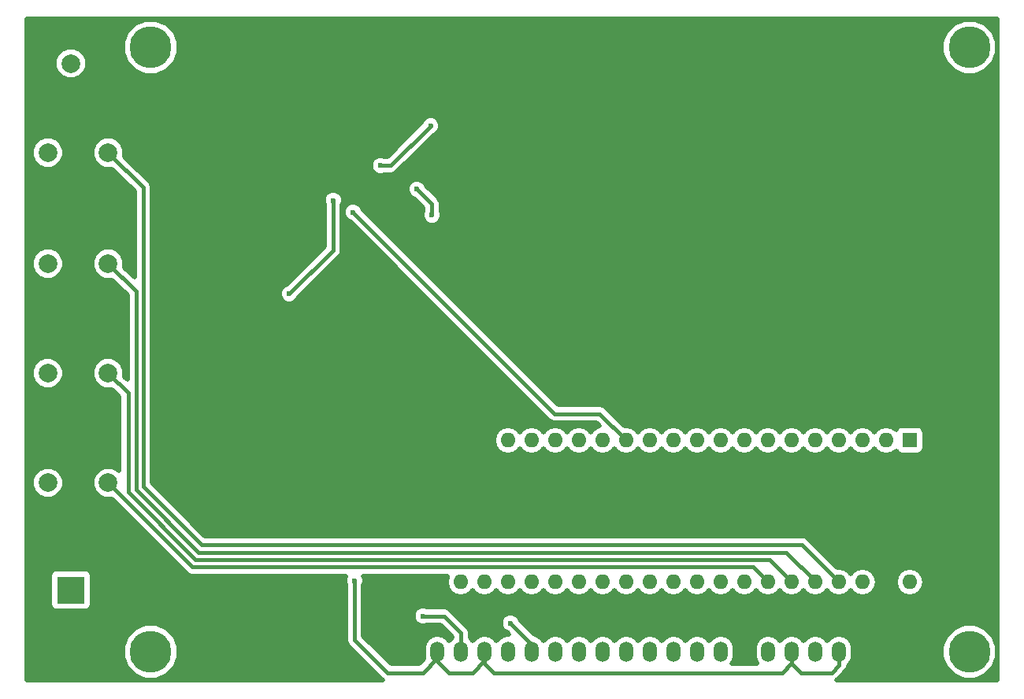
<source format=gbr>
G04 #@! TF.FileFunction,Copper,L2,Bot,Signal*
%FSLAX46Y46*%
G04 Gerber Fmt 4.6, Leading zero omitted, Abs format (unit mm)*
G04 Created by KiCad (PCBNEW 4.0.7) date 09/10/18 20:42:41*
%MOMM*%
%LPD*%
G01*
G04 APERTURE LIST*
%ADD10C,0.100000*%
%ADD11O,1.500000X2.200000*%
%ADD12C,4.500000*%
%ADD13C,0.600000*%
%ADD14C,2.200000*%
%ADD15C,2.000000*%
%ADD16R,1.600000X1.600000*%
%ADD17O,1.600000X1.600000*%
%ADD18C,3.000000*%
%ADD19R,3.000000X3.000000*%
%ADD20C,4.000000*%
%ADD21C,0.400000*%
%ADD22C,0.508000*%
G04 APERTURE END LIST*
D10*
D11*
X180367940Y-131864100D03*
X177827940Y-131864100D03*
X175287940Y-131864100D03*
X172747940Y-131864100D03*
X170207940Y-131864100D03*
X167667940Y-131864100D03*
X165127940Y-131864100D03*
X162587940Y-131864100D03*
X160047940Y-131864100D03*
X157507940Y-131864100D03*
X154967940Y-131864100D03*
X152427940Y-131864100D03*
X149887940Y-131864100D03*
X147347940Y-131864100D03*
X144807940Y-131864100D03*
X142267940Y-131864100D03*
X139727940Y-131864100D03*
X137187940Y-131864100D03*
X134647940Y-131864100D03*
X132107940Y-131864100D03*
D12*
X191828420Y-66865500D03*
X103827580Y-66865500D03*
X103827580Y-131864100D03*
X191828420Y-131864100D03*
D11*
X132107940Y-131864100D03*
X134647940Y-131864100D03*
X137187940Y-131864100D03*
X139727940Y-131864100D03*
X142267940Y-131864100D03*
X144807940Y-131864100D03*
X147347940Y-131864100D03*
X149887940Y-131864100D03*
X152427940Y-131864100D03*
X154967940Y-131864100D03*
X157507940Y-131864100D03*
X160047940Y-131864100D03*
X162587940Y-131864100D03*
X165127940Y-131864100D03*
X167667940Y-131864100D03*
X170207940Y-131864100D03*
X172747940Y-131864100D03*
X175287940Y-131864100D03*
X177827940Y-131864100D03*
X180367940Y-131864100D03*
D13*
X178358800Y-114655600D03*
X124815600Y-117906800D03*
X127965200Y-124358400D03*
X138836400Y-115011200D03*
X114554000Y-133146800D03*
X177342800Y-98501200D03*
X192328800Y-107594400D03*
X192328800Y-87731600D03*
X164896800Y-68529200D03*
X165100000Y-88036400D03*
X118008400Y-101955600D03*
X142748000Y-96367600D03*
X142036800Y-68630800D03*
X125831600Y-71374000D03*
X113741200Y-67411600D03*
X140970000Y-84023200D03*
X140868400Y-76758800D03*
X125577600Y-80975200D03*
X112166400Y-75996800D03*
X113842800Y-92811600D03*
X131165600Y-95504000D03*
X161036000Y-114808000D03*
X159105600Y-127406400D03*
X109220000Y-102971600D03*
X124510800Y-107035600D03*
X109169200Y-113690400D03*
X114300000Y-124155200D03*
X120192800Y-124206000D03*
X151993600Y-127965200D03*
D14*
X92710000Y-66040000D03*
X92710000Y-71120000D03*
X97790000Y-71120000D03*
X97790000Y-66040000D03*
D15*
X95250000Y-68580000D03*
X99263200Y-82681200D03*
X99263200Y-78181200D03*
X92763200Y-82681200D03*
X92763200Y-78181200D03*
X99263200Y-94619200D03*
X99263200Y-90119200D03*
X92763200Y-94619200D03*
X92763200Y-90119200D03*
X99263200Y-106404800D03*
X99263200Y-101904800D03*
X92763200Y-106404800D03*
X92763200Y-101904800D03*
X99263200Y-118190400D03*
X99263200Y-113690400D03*
X92763200Y-118190400D03*
X92763200Y-113690400D03*
D16*
X185420000Y-109118400D03*
D17*
X137160000Y-124358400D03*
X182880000Y-109118400D03*
X139700000Y-124358400D03*
X180340000Y-109118400D03*
X142240000Y-124358400D03*
X177800000Y-109118400D03*
X144780000Y-124358400D03*
X175260000Y-109118400D03*
X147320000Y-124358400D03*
X172720000Y-109118400D03*
X149860000Y-124358400D03*
X170180000Y-109118400D03*
X152400000Y-124358400D03*
X167640000Y-109118400D03*
X154940000Y-124358400D03*
X165100000Y-109118400D03*
X157480000Y-124358400D03*
X162560000Y-109118400D03*
X160020000Y-124358400D03*
X160020000Y-109118400D03*
X162560000Y-124358400D03*
X157480000Y-109118400D03*
X165100000Y-124358400D03*
X154940000Y-109118400D03*
X167640000Y-124358400D03*
X152400000Y-109118400D03*
X170180000Y-124358400D03*
X149860000Y-109118400D03*
X172720000Y-124358400D03*
X147320000Y-109118400D03*
X175260000Y-124358400D03*
X144780000Y-109118400D03*
X177800000Y-124358400D03*
X142240000Y-109118400D03*
X180340000Y-124358400D03*
X139700000Y-109118400D03*
X182880000Y-124358400D03*
X137160000Y-109118400D03*
X185420000Y-124358400D03*
D18*
X95250000Y-133429000D03*
D19*
X95250000Y-125222000D03*
D20*
X99314000Y-129032000D03*
D13*
X175869600Y-127711200D03*
X118719600Y-93370400D03*
X123444000Y-83312000D03*
X125577600Y-84582000D03*
X125730000Y-124206000D03*
X133096000Y-128016000D03*
X134061200Y-84886800D03*
X132435600Y-82092800D03*
X128524000Y-79552800D03*
X133908800Y-75285600D03*
X142494000Y-128778000D03*
D21*
X167667940Y-131864100D02*
X167667940Y-130528060D01*
X170484800Y-127711200D02*
X175869600Y-127711200D01*
X167667940Y-130528060D02*
X170484800Y-127711200D01*
X123444000Y-88442800D02*
X123444000Y-88646000D01*
X123444000Y-88646000D02*
X118719600Y-93370400D01*
X123444000Y-83312000D02*
X123444000Y-88442800D01*
X125577600Y-84582000D02*
X147269200Y-106273600D01*
X147269200Y-106273600D02*
X152095200Y-106273600D01*
X152095200Y-106273600D02*
X154940000Y-109118400D01*
X172747940Y-131864100D02*
X172747940Y-133123940D01*
X177827940Y-133322060D02*
X177827940Y-131864100D01*
X177038000Y-134112000D02*
X177827940Y-133322060D01*
X173736000Y-134112000D02*
X177038000Y-134112000D01*
X172747940Y-133123940D02*
X173736000Y-134112000D01*
X139727940Y-131864100D02*
X139727940Y-133123940D01*
X172747940Y-133068060D02*
X172747940Y-131864100D01*
X171704000Y-134112000D02*
X172747940Y-133068060D01*
X140716000Y-134112000D02*
X171704000Y-134112000D01*
X139727940Y-133123940D02*
X140716000Y-134112000D01*
X134647940Y-131864100D02*
X134647940Y-132869940D01*
X134647940Y-132869940D02*
X135890000Y-134112000D01*
X138430000Y-134112000D02*
X139727940Y-132814060D01*
X135890000Y-134112000D02*
X138430000Y-134112000D01*
X139727940Y-132814060D02*
X139727940Y-131864100D01*
X133096000Y-134112000D02*
X134647940Y-132560060D01*
X129286000Y-134112000D02*
X133096000Y-134112000D01*
X125730000Y-130556000D02*
X129286000Y-134112000D01*
X125730000Y-124206000D02*
X125730000Y-130556000D01*
X134647940Y-132560060D02*
X134647940Y-131864100D01*
X137187940Y-131864100D02*
X137187940Y-129821940D01*
X135382000Y-128016000D02*
X133096000Y-128016000D01*
X137187940Y-129821940D02*
X135382000Y-128016000D01*
X134061200Y-83718400D02*
X134061200Y-84886800D01*
X132435600Y-82092800D02*
X134061200Y-83718400D01*
X129641600Y-79552800D02*
X128524000Y-79552800D01*
X133908800Y-75285600D02*
X129641600Y-79552800D01*
X170207940Y-131864100D02*
X170207940Y-131188460D01*
X170207940Y-131142740D02*
X170207940Y-131864100D01*
X175287940Y-131193540D02*
X175287940Y-131864100D01*
X114401600Y-120345200D02*
X109270800Y-120345200D01*
X114401600Y-120345200D02*
X173786800Y-120345200D01*
X177800000Y-124358400D02*
X173786800Y-120345200D01*
X103022400Y-81940400D02*
X99263200Y-78181200D01*
X103022400Y-114096800D02*
X103022400Y-81940400D01*
X109270800Y-120345200D02*
X103022400Y-114096800D01*
X113284000Y-121158000D02*
X108966000Y-121158000D01*
X172161200Y-121158000D02*
X113284000Y-121158000D01*
X175260000Y-124256800D02*
X172161200Y-121158000D01*
X102260400Y-93116400D02*
X99263200Y-90119200D01*
X102260400Y-114452400D02*
X102260400Y-93116400D01*
X108966000Y-121158000D02*
X102260400Y-114452400D01*
X175260000Y-124358400D02*
X175260000Y-124256800D01*
X112471200Y-121970800D02*
X108661200Y-121970800D01*
X112471200Y-121970800D02*
X170332400Y-121970800D01*
X172720000Y-124358400D02*
X170332400Y-121970800D01*
X101396800Y-104038400D02*
X99263200Y-101904800D01*
X101396800Y-114706400D02*
X101396800Y-104038400D01*
X108661200Y-121970800D02*
X101396800Y-114706400D01*
X111455200Y-122732800D02*
X108305600Y-122732800D01*
X111455200Y-122732800D02*
X168554400Y-122732800D01*
X170180000Y-124358400D02*
X168554400Y-122732800D01*
X108305600Y-122732800D02*
X99263200Y-113690400D01*
X144807940Y-131864100D02*
X144807940Y-131091940D01*
X144807940Y-131091940D02*
X142494000Y-128778000D01*
D22*
G36*
X194844600Y-134900600D02*
X177556060Y-134900600D01*
X177718237Y-134792237D01*
X178508177Y-134002297D01*
X178716712Y-133690202D01*
X178774052Y-133401932D01*
X178897085Y-133319724D01*
X179224846Y-132829196D01*
X179298165Y-132460595D01*
X188815898Y-132460595D01*
X189273481Y-133568032D01*
X190120031Y-134416061D01*
X191226668Y-134875576D01*
X192424915Y-134876622D01*
X193532352Y-134419039D01*
X194380381Y-133572489D01*
X194839896Y-132465852D01*
X194840942Y-131267605D01*
X194383359Y-130160168D01*
X193536809Y-129312139D01*
X192430172Y-128852624D01*
X191231925Y-128851578D01*
X190124488Y-129309161D01*
X189276459Y-130155711D01*
X188816944Y-131262348D01*
X188815898Y-132460595D01*
X179298165Y-132460595D01*
X179339940Y-132250579D01*
X179339940Y-131477621D01*
X179224846Y-130899004D01*
X178897085Y-130408476D01*
X178406557Y-130080715D01*
X177827940Y-129965621D01*
X177249323Y-130080715D01*
X176758795Y-130408476D01*
X176557940Y-130709076D01*
X176357085Y-130408476D01*
X175866557Y-130080715D01*
X175287940Y-129965621D01*
X174709323Y-130080715D01*
X174218795Y-130408476D01*
X174017940Y-130709076D01*
X173817085Y-130408476D01*
X173326557Y-130080715D01*
X172747940Y-129965621D01*
X172169323Y-130080715D01*
X171678795Y-130408476D01*
X171477940Y-130709076D01*
X171277085Y-130408476D01*
X170786557Y-130080715D01*
X170207940Y-129965621D01*
X169629323Y-130080715D01*
X169138795Y-130408476D01*
X168811034Y-130899004D01*
X168695940Y-131477621D01*
X168695940Y-132250579D01*
X168811034Y-132829196D01*
X169025389Y-133150000D01*
X166310491Y-133150000D01*
X166524846Y-132829196D01*
X166639940Y-132250579D01*
X166639940Y-131477621D01*
X166524846Y-130899004D01*
X166197085Y-130408476D01*
X165706557Y-130080715D01*
X165127940Y-129965621D01*
X164549323Y-130080715D01*
X164058795Y-130408476D01*
X163857940Y-130709076D01*
X163657085Y-130408476D01*
X163166557Y-130080715D01*
X162587940Y-129965621D01*
X162009323Y-130080715D01*
X161518795Y-130408476D01*
X161317940Y-130709076D01*
X161117085Y-130408476D01*
X160626557Y-130080715D01*
X160047940Y-129965621D01*
X159469323Y-130080715D01*
X158978795Y-130408476D01*
X158777940Y-130709076D01*
X158577085Y-130408476D01*
X158086557Y-130080715D01*
X157507940Y-129965621D01*
X156929323Y-130080715D01*
X156438795Y-130408476D01*
X156237940Y-130709076D01*
X156037085Y-130408476D01*
X155546557Y-130080715D01*
X154967940Y-129965621D01*
X154389323Y-130080715D01*
X153898795Y-130408476D01*
X153697940Y-130709076D01*
X153497085Y-130408476D01*
X153006557Y-130080715D01*
X152427940Y-129965621D01*
X151849323Y-130080715D01*
X151358795Y-130408476D01*
X151157940Y-130709076D01*
X150957085Y-130408476D01*
X150466557Y-130080715D01*
X149887940Y-129965621D01*
X149309323Y-130080715D01*
X148818795Y-130408476D01*
X148617940Y-130709076D01*
X148417085Y-130408476D01*
X147926557Y-130080715D01*
X147347940Y-129965621D01*
X146769323Y-130080715D01*
X146278795Y-130408476D01*
X146077940Y-130709076D01*
X145877085Y-130408476D01*
X145386557Y-130080715D01*
X145100235Y-130023762D01*
X143494240Y-128417766D01*
X143394845Y-128177211D01*
X143096360Y-127878205D01*
X142706172Y-127716185D01*
X142283682Y-127715816D01*
X141893211Y-127877155D01*
X141594205Y-128175640D01*
X141432185Y-128565828D01*
X141431816Y-128988318D01*
X141593155Y-129378789D01*
X141891640Y-129677795D01*
X142133928Y-129778401D01*
X142334359Y-129978832D01*
X142267940Y-129965621D01*
X141689323Y-130080715D01*
X141198795Y-130408476D01*
X140997940Y-130709076D01*
X140797085Y-130408476D01*
X140306557Y-130080715D01*
X139727940Y-129965621D01*
X139149323Y-130080715D01*
X138658795Y-130408476D01*
X138457940Y-130709076D01*
X138257085Y-130408476D01*
X138149940Y-130336884D01*
X138149940Y-129821945D01*
X138149941Y-129821940D01*
X138076712Y-129453798D01*
X137868177Y-129141703D01*
X136062237Y-127335763D01*
X135750142Y-127127228D01*
X135382000Y-127054000D01*
X133548554Y-127054000D01*
X133308172Y-126954185D01*
X132885682Y-126953816D01*
X132495211Y-127115155D01*
X132196205Y-127413640D01*
X132034185Y-127803828D01*
X132033816Y-128226318D01*
X132195155Y-128616789D01*
X132493640Y-128915795D01*
X132883828Y-129077815D01*
X133306318Y-129078184D01*
X133548782Y-128978000D01*
X134983526Y-128978000D01*
X136225940Y-130220414D01*
X136225940Y-130336884D01*
X136118795Y-130408476D01*
X135917940Y-130709076D01*
X135717085Y-130408476D01*
X135226557Y-130080715D01*
X134647940Y-129965621D01*
X134069323Y-130080715D01*
X133578795Y-130408476D01*
X133251034Y-130899004D01*
X133135940Y-131477621D01*
X133135940Y-132250579D01*
X133212426Y-132635100D01*
X132697526Y-133150000D01*
X129684473Y-133150000D01*
X126692000Y-130157526D01*
X126692000Y-124658554D01*
X126791815Y-124418172D01*
X126792184Y-123995682D01*
X126667862Y-123694800D01*
X135740451Y-123694800D01*
X135716900Y-123730047D01*
X135598000Y-124327799D01*
X135598000Y-124389001D01*
X135716900Y-124986753D01*
X136055499Y-125493502D01*
X136562248Y-125832101D01*
X137160000Y-125951001D01*
X137757752Y-125832101D01*
X138264501Y-125493502D01*
X138430000Y-125245815D01*
X138595499Y-125493502D01*
X139102248Y-125832101D01*
X139700000Y-125951001D01*
X140297752Y-125832101D01*
X140804501Y-125493502D01*
X140970000Y-125245815D01*
X141135499Y-125493502D01*
X141642248Y-125832101D01*
X142240000Y-125951001D01*
X142837752Y-125832101D01*
X143344501Y-125493502D01*
X143510000Y-125245815D01*
X143675499Y-125493502D01*
X144182248Y-125832101D01*
X144780000Y-125951001D01*
X145377752Y-125832101D01*
X145884501Y-125493502D01*
X146050000Y-125245815D01*
X146215499Y-125493502D01*
X146722248Y-125832101D01*
X147320000Y-125951001D01*
X147917752Y-125832101D01*
X148424501Y-125493502D01*
X148590000Y-125245815D01*
X148755499Y-125493502D01*
X149262248Y-125832101D01*
X149860000Y-125951001D01*
X150457752Y-125832101D01*
X150964501Y-125493502D01*
X151130000Y-125245815D01*
X151295499Y-125493502D01*
X151802248Y-125832101D01*
X152400000Y-125951001D01*
X152997752Y-125832101D01*
X153504501Y-125493502D01*
X153670000Y-125245815D01*
X153835499Y-125493502D01*
X154342248Y-125832101D01*
X154940000Y-125951001D01*
X155537752Y-125832101D01*
X156044501Y-125493502D01*
X156210000Y-125245815D01*
X156375499Y-125493502D01*
X156882248Y-125832101D01*
X157480000Y-125951001D01*
X158077752Y-125832101D01*
X158584501Y-125493502D01*
X158750000Y-125245815D01*
X158915499Y-125493502D01*
X159422248Y-125832101D01*
X160020000Y-125951001D01*
X160617752Y-125832101D01*
X161124501Y-125493502D01*
X161290000Y-125245815D01*
X161455499Y-125493502D01*
X161962248Y-125832101D01*
X162560000Y-125951001D01*
X163157752Y-125832101D01*
X163664501Y-125493502D01*
X163830000Y-125245815D01*
X163995499Y-125493502D01*
X164502248Y-125832101D01*
X165100000Y-125951001D01*
X165697752Y-125832101D01*
X166204501Y-125493502D01*
X166370000Y-125245815D01*
X166535499Y-125493502D01*
X167042248Y-125832101D01*
X167640000Y-125951001D01*
X168237752Y-125832101D01*
X168744501Y-125493502D01*
X168910000Y-125245815D01*
X169075499Y-125493502D01*
X169582248Y-125832101D01*
X170180000Y-125951001D01*
X170777752Y-125832101D01*
X171284501Y-125493502D01*
X171450000Y-125245815D01*
X171615499Y-125493502D01*
X172122248Y-125832101D01*
X172720000Y-125951001D01*
X173317752Y-125832101D01*
X173824501Y-125493502D01*
X173990000Y-125245815D01*
X174155499Y-125493502D01*
X174662248Y-125832101D01*
X175260000Y-125951001D01*
X175857752Y-125832101D01*
X176364501Y-125493502D01*
X176530000Y-125245815D01*
X176695499Y-125493502D01*
X177202248Y-125832101D01*
X177800000Y-125951001D01*
X178397752Y-125832101D01*
X178904501Y-125493502D01*
X179070000Y-125245815D01*
X179235499Y-125493502D01*
X179742248Y-125832101D01*
X180340000Y-125951001D01*
X180937752Y-125832101D01*
X181444501Y-125493502D01*
X181783100Y-124986753D01*
X181902000Y-124389001D01*
X181902000Y-124327799D01*
X183858000Y-124327799D01*
X183858000Y-124389001D01*
X183976900Y-124986753D01*
X184315499Y-125493502D01*
X184822248Y-125832101D01*
X185420000Y-125951001D01*
X186017752Y-125832101D01*
X186524501Y-125493502D01*
X186863100Y-124986753D01*
X186982000Y-124389001D01*
X186982000Y-124327799D01*
X186863100Y-123730047D01*
X186524501Y-123223298D01*
X186017752Y-122884699D01*
X185420000Y-122765799D01*
X184822248Y-122884699D01*
X184315499Y-123223298D01*
X183976900Y-123730047D01*
X183858000Y-124327799D01*
X181902000Y-124327799D01*
X181783100Y-123730047D01*
X181444501Y-123223298D01*
X180937752Y-122884699D01*
X180340000Y-122765799D01*
X179742248Y-122884699D01*
X179235499Y-123223298D01*
X179070000Y-123470985D01*
X178904501Y-123223298D01*
X178397752Y-122884699D01*
X177800000Y-122765799D01*
X177606385Y-122804311D01*
X174467037Y-119664963D01*
X174154942Y-119456428D01*
X173786800Y-119383200D01*
X109669274Y-119383200D01*
X103984400Y-113698326D01*
X103984400Y-93580718D01*
X117657416Y-93580718D01*
X117818755Y-93971189D01*
X118117240Y-94270195D01*
X118507428Y-94432215D01*
X118929918Y-94432584D01*
X119320389Y-94271245D01*
X119619395Y-93972760D01*
X119720001Y-93730473D01*
X124124234Y-89326239D01*
X124124237Y-89326237D01*
X124332772Y-89014141D01*
X124406001Y-88646000D01*
X124406000Y-88645995D01*
X124406000Y-84792318D01*
X124515416Y-84792318D01*
X124676755Y-85182789D01*
X124975240Y-85481795D01*
X125217527Y-85582401D01*
X146588963Y-106953837D01*
X146901058Y-107162372D01*
X147269200Y-107235600D01*
X151696726Y-107235600D01*
X152055458Y-107594332D01*
X151802248Y-107644699D01*
X151295499Y-107983298D01*
X151130000Y-108230985D01*
X150964501Y-107983298D01*
X150457752Y-107644699D01*
X149860000Y-107525799D01*
X149262248Y-107644699D01*
X148755499Y-107983298D01*
X148590000Y-108230985D01*
X148424501Y-107983298D01*
X147917752Y-107644699D01*
X147320000Y-107525799D01*
X146722248Y-107644699D01*
X146215499Y-107983298D01*
X146050000Y-108230985D01*
X145884501Y-107983298D01*
X145377752Y-107644699D01*
X144780000Y-107525799D01*
X144182248Y-107644699D01*
X143675499Y-107983298D01*
X143510000Y-108230985D01*
X143344501Y-107983298D01*
X142837752Y-107644699D01*
X142240000Y-107525799D01*
X141642248Y-107644699D01*
X141135499Y-107983298D01*
X140796900Y-108490047D01*
X140678000Y-109087799D01*
X140678000Y-109149001D01*
X140796900Y-109746753D01*
X141135499Y-110253502D01*
X141642248Y-110592101D01*
X142240000Y-110711001D01*
X142837752Y-110592101D01*
X143344501Y-110253502D01*
X143510000Y-110005815D01*
X143675499Y-110253502D01*
X144182248Y-110592101D01*
X144780000Y-110711001D01*
X145377752Y-110592101D01*
X145884501Y-110253502D01*
X146050000Y-110005815D01*
X146215499Y-110253502D01*
X146722248Y-110592101D01*
X147320000Y-110711001D01*
X147917752Y-110592101D01*
X148424501Y-110253502D01*
X148590000Y-110005815D01*
X148755499Y-110253502D01*
X149262248Y-110592101D01*
X149860000Y-110711001D01*
X150457752Y-110592101D01*
X150964501Y-110253502D01*
X151130000Y-110005815D01*
X151295499Y-110253502D01*
X151802248Y-110592101D01*
X152400000Y-110711001D01*
X152997752Y-110592101D01*
X153504501Y-110253502D01*
X153670000Y-110005815D01*
X153835499Y-110253502D01*
X154342248Y-110592101D01*
X154940000Y-110711001D01*
X155537752Y-110592101D01*
X156044501Y-110253502D01*
X156210000Y-110005815D01*
X156375499Y-110253502D01*
X156882248Y-110592101D01*
X157480000Y-110711001D01*
X158077752Y-110592101D01*
X158584501Y-110253502D01*
X158750000Y-110005815D01*
X158915499Y-110253502D01*
X159422248Y-110592101D01*
X160020000Y-110711001D01*
X160617752Y-110592101D01*
X161124501Y-110253502D01*
X161290000Y-110005815D01*
X161455499Y-110253502D01*
X161962248Y-110592101D01*
X162560000Y-110711001D01*
X163157752Y-110592101D01*
X163664501Y-110253502D01*
X163830000Y-110005815D01*
X163995499Y-110253502D01*
X164502248Y-110592101D01*
X165100000Y-110711001D01*
X165697752Y-110592101D01*
X166204501Y-110253502D01*
X166370000Y-110005815D01*
X166535499Y-110253502D01*
X167042248Y-110592101D01*
X167640000Y-110711001D01*
X168237752Y-110592101D01*
X168744501Y-110253502D01*
X168910000Y-110005815D01*
X169075499Y-110253502D01*
X169582248Y-110592101D01*
X170180000Y-110711001D01*
X170777752Y-110592101D01*
X171284501Y-110253502D01*
X171450000Y-110005815D01*
X171615499Y-110253502D01*
X172122248Y-110592101D01*
X172720000Y-110711001D01*
X173317752Y-110592101D01*
X173824501Y-110253502D01*
X173990000Y-110005815D01*
X174155499Y-110253502D01*
X174662248Y-110592101D01*
X175260000Y-110711001D01*
X175857752Y-110592101D01*
X176364501Y-110253502D01*
X176530000Y-110005815D01*
X176695499Y-110253502D01*
X177202248Y-110592101D01*
X177800000Y-110711001D01*
X178397752Y-110592101D01*
X178904501Y-110253502D01*
X179070000Y-110005815D01*
X179235499Y-110253502D01*
X179742248Y-110592101D01*
X180340000Y-110711001D01*
X180937752Y-110592101D01*
X181444501Y-110253502D01*
X181610000Y-110005815D01*
X181775499Y-110253502D01*
X182282248Y-110592101D01*
X182880000Y-110711001D01*
X183477752Y-110592101D01*
X183946479Y-110278908D01*
X184063092Y-110460129D01*
X184317731Y-110634117D01*
X184620000Y-110695328D01*
X186220000Y-110695328D01*
X186502380Y-110642195D01*
X186761729Y-110475308D01*
X186935717Y-110220669D01*
X186996928Y-109918400D01*
X186996928Y-108318400D01*
X186943795Y-108036020D01*
X186776908Y-107776671D01*
X186522269Y-107602683D01*
X186220000Y-107541472D01*
X184620000Y-107541472D01*
X184337620Y-107594605D01*
X184078271Y-107761492D01*
X183944829Y-107956790D01*
X183477752Y-107644699D01*
X182880000Y-107525799D01*
X182282248Y-107644699D01*
X181775499Y-107983298D01*
X181610000Y-108230985D01*
X181444501Y-107983298D01*
X180937752Y-107644699D01*
X180340000Y-107525799D01*
X179742248Y-107644699D01*
X179235499Y-107983298D01*
X179070000Y-108230985D01*
X178904501Y-107983298D01*
X178397752Y-107644699D01*
X177800000Y-107525799D01*
X177202248Y-107644699D01*
X176695499Y-107983298D01*
X176530000Y-108230985D01*
X176364501Y-107983298D01*
X175857752Y-107644699D01*
X175260000Y-107525799D01*
X174662248Y-107644699D01*
X174155499Y-107983298D01*
X173990000Y-108230985D01*
X173824501Y-107983298D01*
X173317752Y-107644699D01*
X172720000Y-107525799D01*
X172122248Y-107644699D01*
X171615499Y-107983298D01*
X171450000Y-108230985D01*
X171284501Y-107983298D01*
X170777752Y-107644699D01*
X170180000Y-107525799D01*
X169582248Y-107644699D01*
X169075499Y-107983298D01*
X168910000Y-108230985D01*
X168744501Y-107983298D01*
X168237752Y-107644699D01*
X167640000Y-107525799D01*
X167042248Y-107644699D01*
X166535499Y-107983298D01*
X166370000Y-108230985D01*
X166204501Y-107983298D01*
X165697752Y-107644699D01*
X165100000Y-107525799D01*
X164502248Y-107644699D01*
X163995499Y-107983298D01*
X163830000Y-108230985D01*
X163664501Y-107983298D01*
X163157752Y-107644699D01*
X162560000Y-107525799D01*
X161962248Y-107644699D01*
X161455499Y-107983298D01*
X161290000Y-108230985D01*
X161124501Y-107983298D01*
X160617752Y-107644699D01*
X160020000Y-107525799D01*
X159422248Y-107644699D01*
X158915499Y-107983298D01*
X158750000Y-108230985D01*
X158584501Y-107983298D01*
X158077752Y-107644699D01*
X157480000Y-107525799D01*
X156882248Y-107644699D01*
X156375499Y-107983298D01*
X156210000Y-108230985D01*
X156044501Y-107983298D01*
X155537752Y-107644699D01*
X154940000Y-107525799D01*
X154746385Y-107564311D01*
X152775437Y-105593363D01*
X152463342Y-105384828D01*
X152095200Y-105311600D01*
X147667674Y-105311600D01*
X126577840Y-84221766D01*
X126478445Y-83981211D01*
X126179960Y-83682205D01*
X125789772Y-83520185D01*
X125367282Y-83519816D01*
X124976811Y-83681155D01*
X124677805Y-83979640D01*
X124515785Y-84369828D01*
X124515416Y-84792318D01*
X124406000Y-84792318D01*
X124406000Y-83764554D01*
X124505815Y-83524172D01*
X124506184Y-83101682D01*
X124344845Y-82711211D01*
X124046360Y-82412205D01*
X123783649Y-82303118D01*
X131373416Y-82303118D01*
X131534755Y-82693589D01*
X131833240Y-82992595D01*
X132075528Y-83093202D01*
X133099200Y-84116873D01*
X133099200Y-84434246D01*
X132999385Y-84674628D01*
X132999016Y-85097118D01*
X133160355Y-85487589D01*
X133458840Y-85786595D01*
X133849028Y-85948615D01*
X134271518Y-85948984D01*
X134661989Y-85787645D01*
X134960995Y-85489160D01*
X135123015Y-85098972D01*
X135123384Y-84676482D01*
X135023200Y-84434018D01*
X135023200Y-83718405D01*
X135023201Y-83718400D01*
X134949972Y-83350259D01*
X134819247Y-83154615D01*
X134741437Y-83038163D01*
X134741434Y-83038161D01*
X133435840Y-81732567D01*
X133336445Y-81492011D01*
X133037960Y-81193005D01*
X132647772Y-81030985D01*
X132225282Y-81030616D01*
X131834811Y-81191955D01*
X131535805Y-81490440D01*
X131373785Y-81880628D01*
X131373416Y-82303118D01*
X123783649Y-82303118D01*
X123656172Y-82250185D01*
X123233682Y-82249816D01*
X122843211Y-82411155D01*
X122544205Y-82709640D01*
X122382185Y-83099828D01*
X122381816Y-83522318D01*
X122482000Y-83764782D01*
X122482000Y-88247527D01*
X118359366Y-92370160D01*
X118118811Y-92469555D01*
X117819805Y-92768040D01*
X117657785Y-93158228D01*
X117657416Y-93580718D01*
X103984400Y-93580718D01*
X103984400Y-81940405D01*
X103984401Y-81940400D01*
X103911172Y-81572259D01*
X103857552Y-81492011D01*
X103702637Y-81260163D01*
X103702634Y-81260161D01*
X102205592Y-79763118D01*
X127461816Y-79763118D01*
X127623155Y-80153589D01*
X127921640Y-80452595D01*
X128311828Y-80614615D01*
X128734318Y-80614984D01*
X128976782Y-80514800D01*
X129641600Y-80514800D01*
X130009742Y-80441572D01*
X130321837Y-80233037D01*
X134269034Y-76285840D01*
X134509589Y-76186445D01*
X134808595Y-75887960D01*
X134970615Y-75497772D01*
X134970984Y-75075282D01*
X134809645Y-74684811D01*
X134511160Y-74385805D01*
X134120972Y-74223785D01*
X133698482Y-74223416D01*
X133308011Y-74384755D01*
X133009005Y-74683240D01*
X132908399Y-74925527D01*
X129243126Y-78590800D01*
X128976554Y-78590800D01*
X128736172Y-78490985D01*
X128313682Y-78490616D01*
X127923211Y-78651955D01*
X127624205Y-78950440D01*
X127462185Y-79340628D01*
X127461816Y-79763118D01*
X102205592Y-79763118D01*
X101010459Y-78567985D01*
X101024894Y-78533221D01*
X101025506Y-77832254D01*
X100757822Y-77184411D01*
X100262596Y-76688320D01*
X99615221Y-76419506D01*
X98914254Y-76418894D01*
X98266411Y-76686578D01*
X97770320Y-77181804D01*
X97501506Y-77829179D01*
X97500894Y-78530146D01*
X97768578Y-79177989D01*
X98263804Y-79674080D01*
X98911179Y-79942894D01*
X99612146Y-79943506D01*
X99649569Y-79928043D01*
X102060400Y-82338873D01*
X102060400Y-91555926D01*
X101010459Y-90505985D01*
X101024894Y-90471221D01*
X101025506Y-89770254D01*
X100757822Y-89122411D01*
X100262596Y-88626320D01*
X99615221Y-88357506D01*
X98914254Y-88356894D01*
X98266411Y-88624578D01*
X97770320Y-89119804D01*
X97501506Y-89767179D01*
X97500894Y-90468146D01*
X97768578Y-91115989D01*
X98263804Y-91612080D01*
X98911179Y-91880894D01*
X99612146Y-91881506D01*
X99649569Y-91866043D01*
X101298400Y-93514874D01*
X101298400Y-102579526D01*
X101010459Y-102291585D01*
X101024894Y-102256821D01*
X101025506Y-101555854D01*
X100757822Y-100908011D01*
X100262596Y-100411920D01*
X99615221Y-100143106D01*
X98914254Y-100142494D01*
X98266411Y-100410178D01*
X97770320Y-100905404D01*
X97501506Y-101552779D01*
X97500894Y-102253746D01*
X97768578Y-102901589D01*
X98263804Y-103397680D01*
X98911179Y-103666494D01*
X99612146Y-103667106D01*
X99649569Y-103651643D01*
X100434800Y-104436874D01*
X100434800Y-112370025D01*
X100262596Y-112197520D01*
X99615221Y-111928706D01*
X98914254Y-111928094D01*
X98266411Y-112195778D01*
X97770320Y-112691004D01*
X97501506Y-113338379D01*
X97500894Y-114039346D01*
X97768578Y-114687189D01*
X98263804Y-115183280D01*
X98911179Y-115452094D01*
X99612146Y-115452706D01*
X99649569Y-115437243D01*
X107625363Y-123413037D01*
X107937458Y-123621572D01*
X108305600Y-123694801D01*
X108305605Y-123694800D01*
X124792352Y-123694800D01*
X124668185Y-123993828D01*
X124667816Y-124416318D01*
X124768000Y-124658782D01*
X124768000Y-130556000D01*
X124841228Y-130924142D01*
X125049763Y-131236237D01*
X128605761Y-134792234D01*
X128605763Y-134792237D01*
X128767940Y-134900600D01*
X90499000Y-134900600D01*
X90499000Y-132460595D01*
X100815058Y-132460595D01*
X101272641Y-133568032D01*
X102119191Y-134416061D01*
X103225828Y-134875576D01*
X104424075Y-134876622D01*
X105531512Y-134419039D01*
X106379541Y-133572489D01*
X106839056Y-132465852D01*
X106840102Y-131267605D01*
X106382519Y-130160168D01*
X105535969Y-129312139D01*
X104429332Y-128852624D01*
X103231085Y-128851578D01*
X102123648Y-129309161D01*
X101275619Y-130155711D01*
X100816104Y-131262348D01*
X100815058Y-132460595D01*
X90499000Y-132460595D01*
X90499000Y-123722000D01*
X92973072Y-123722000D01*
X92973072Y-126722000D01*
X93026205Y-127004380D01*
X93193092Y-127263729D01*
X93447731Y-127437717D01*
X93750000Y-127498928D01*
X96750000Y-127498928D01*
X97032380Y-127445795D01*
X97291729Y-127278908D01*
X97465717Y-127024269D01*
X97526928Y-126722000D01*
X97526928Y-123722000D01*
X97473795Y-123439620D01*
X97306908Y-123180271D01*
X97052269Y-123006283D01*
X96750000Y-122945072D01*
X93750000Y-122945072D01*
X93467620Y-122998205D01*
X93208271Y-123165092D01*
X93034283Y-123419731D01*
X92973072Y-123722000D01*
X90499000Y-123722000D01*
X90499000Y-114039346D01*
X91000894Y-114039346D01*
X91268578Y-114687189D01*
X91763804Y-115183280D01*
X92411179Y-115452094D01*
X93112146Y-115452706D01*
X93759989Y-115185022D01*
X94256080Y-114689796D01*
X94524894Y-114042421D01*
X94525506Y-113341454D01*
X94257822Y-112693611D01*
X93762596Y-112197520D01*
X93115221Y-111928706D01*
X92414254Y-111928094D01*
X91766411Y-112195778D01*
X91270320Y-112691004D01*
X91001506Y-113338379D01*
X91000894Y-114039346D01*
X90499000Y-114039346D01*
X90499000Y-102253746D01*
X91000894Y-102253746D01*
X91268578Y-102901589D01*
X91763804Y-103397680D01*
X92411179Y-103666494D01*
X93112146Y-103667106D01*
X93759989Y-103399422D01*
X94256080Y-102904196D01*
X94524894Y-102256821D01*
X94525506Y-101555854D01*
X94257822Y-100908011D01*
X93762596Y-100411920D01*
X93115221Y-100143106D01*
X92414254Y-100142494D01*
X91766411Y-100410178D01*
X91270320Y-100905404D01*
X91001506Y-101552779D01*
X91000894Y-102253746D01*
X90499000Y-102253746D01*
X90499000Y-90468146D01*
X91000894Y-90468146D01*
X91268578Y-91115989D01*
X91763804Y-91612080D01*
X92411179Y-91880894D01*
X93112146Y-91881506D01*
X93759989Y-91613822D01*
X94256080Y-91118596D01*
X94524894Y-90471221D01*
X94525506Y-89770254D01*
X94257822Y-89122411D01*
X93762596Y-88626320D01*
X93115221Y-88357506D01*
X92414254Y-88356894D01*
X91766411Y-88624578D01*
X91270320Y-89119804D01*
X91001506Y-89767179D01*
X91000894Y-90468146D01*
X90499000Y-90468146D01*
X90499000Y-78530146D01*
X91000894Y-78530146D01*
X91268578Y-79177989D01*
X91763804Y-79674080D01*
X92411179Y-79942894D01*
X93112146Y-79943506D01*
X93759989Y-79675822D01*
X94256080Y-79180596D01*
X94524894Y-78533221D01*
X94525506Y-77832254D01*
X94257822Y-77184411D01*
X93762596Y-76688320D01*
X93115221Y-76419506D01*
X92414254Y-76418894D01*
X91766411Y-76686578D01*
X91270320Y-77181804D01*
X91001506Y-77829179D01*
X91000894Y-78530146D01*
X90499000Y-78530146D01*
X90499000Y-68928946D01*
X93487694Y-68928946D01*
X93755378Y-69576789D01*
X94250604Y-70072880D01*
X94897979Y-70341694D01*
X95598946Y-70342306D01*
X96246789Y-70074622D01*
X96742880Y-69579396D01*
X97011694Y-68932021D01*
X97012306Y-68231054D01*
X96744622Y-67583211D01*
X96623618Y-67461995D01*
X100815058Y-67461995D01*
X101272641Y-68569432D01*
X102119191Y-69417461D01*
X103225828Y-69876976D01*
X104424075Y-69878022D01*
X105531512Y-69420439D01*
X106379541Y-68573889D01*
X106839056Y-67467252D01*
X106839060Y-67461995D01*
X188815898Y-67461995D01*
X189273481Y-68569432D01*
X190120031Y-69417461D01*
X191226668Y-69876976D01*
X192424915Y-69878022D01*
X193532352Y-69420439D01*
X194380381Y-68573889D01*
X194839896Y-67467252D01*
X194840942Y-66269005D01*
X194383359Y-65161568D01*
X193536809Y-64313539D01*
X192430172Y-63854024D01*
X191231925Y-63852978D01*
X190124488Y-64310561D01*
X189276459Y-65157111D01*
X188816944Y-66263748D01*
X188815898Y-67461995D01*
X106839060Y-67461995D01*
X106840102Y-66269005D01*
X106382519Y-65161568D01*
X105535969Y-64313539D01*
X104429332Y-63854024D01*
X103231085Y-63852978D01*
X102123648Y-64310561D01*
X101275619Y-65157111D01*
X100816104Y-66263748D01*
X100815058Y-67461995D01*
X96623618Y-67461995D01*
X96249396Y-67087120D01*
X95602021Y-66818306D01*
X94901054Y-66817694D01*
X94253211Y-67085378D01*
X93757120Y-67580604D01*
X93488306Y-68227979D01*
X93487694Y-68928946D01*
X90499000Y-68928946D01*
X90499000Y-63829000D01*
X194844600Y-63829000D01*
X194844600Y-134900600D01*
X194844600Y-134900600D01*
G37*
X194844600Y-134900600D02*
X177556060Y-134900600D01*
X177718237Y-134792237D01*
X178508177Y-134002297D01*
X178716712Y-133690202D01*
X178774052Y-133401932D01*
X178897085Y-133319724D01*
X179224846Y-132829196D01*
X179298165Y-132460595D01*
X188815898Y-132460595D01*
X189273481Y-133568032D01*
X190120031Y-134416061D01*
X191226668Y-134875576D01*
X192424915Y-134876622D01*
X193532352Y-134419039D01*
X194380381Y-133572489D01*
X194839896Y-132465852D01*
X194840942Y-131267605D01*
X194383359Y-130160168D01*
X193536809Y-129312139D01*
X192430172Y-128852624D01*
X191231925Y-128851578D01*
X190124488Y-129309161D01*
X189276459Y-130155711D01*
X188816944Y-131262348D01*
X188815898Y-132460595D01*
X179298165Y-132460595D01*
X179339940Y-132250579D01*
X179339940Y-131477621D01*
X179224846Y-130899004D01*
X178897085Y-130408476D01*
X178406557Y-130080715D01*
X177827940Y-129965621D01*
X177249323Y-130080715D01*
X176758795Y-130408476D01*
X176557940Y-130709076D01*
X176357085Y-130408476D01*
X175866557Y-130080715D01*
X175287940Y-129965621D01*
X174709323Y-130080715D01*
X174218795Y-130408476D01*
X174017940Y-130709076D01*
X173817085Y-130408476D01*
X173326557Y-130080715D01*
X172747940Y-129965621D01*
X172169323Y-130080715D01*
X171678795Y-130408476D01*
X171477940Y-130709076D01*
X171277085Y-130408476D01*
X170786557Y-130080715D01*
X170207940Y-129965621D01*
X169629323Y-130080715D01*
X169138795Y-130408476D01*
X168811034Y-130899004D01*
X168695940Y-131477621D01*
X168695940Y-132250579D01*
X168811034Y-132829196D01*
X169025389Y-133150000D01*
X166310491Y-133150000D01*
X166524846Y-132829196D01*
X166639940Y-132250579D01*
X166639940Y-131477621D01*
X166524846Y-130899004D01*
X166197085Y-130408476D01*
X165706557Y-130080715D01*
X165127940Y-129965621D01*
X164549323Y-130080715D01*
X164058795Y-130408476D01*
X163857940Y-130709076D01*
X163657085Y-130408476D01*
X163166557Y-130080715D01*
X162587940Y-129965621D01*
X162009323Y-130080715D01*
X161518795Y-130408476D01*
X161317940Y-130709076D01*
X161117085Y-130408476D01*
X160626557Y-130080715D01*
X160047940Y-129965621D01*
X159469323Y-130080715D01*
X158978795Y-130408476D01*
X158777940Y-130709076D01*
X158577085Y-130408476D01*
X158086557Y-130080715D01*
X157507940Y-129965621D01*
X156929323Y-130080715D01*
X156438795Y-130408476D01*
X156237940Y-130709076D01*
X156037085Y-130408476D01*
X155546557Y-130080715D01*
X154967940Y-129965621D01*
X154389323Y-130080715D01*
X153898795Y-130408476D01*
X153697940Y-130709076D01*
X153497085Y-130408476D01*
X153006557Y-130080715D01*
X152427940Y-129965621D01*
X151849323Y-130080715D01*
X151358795Y-130408476D01*
X151157940Y-130709076D01*
X150957085Y-130408476D01*
X150466557Y-130080715D01*
X149887940Y-129965621D01*
X149309323Y-130080715D01*
X148818795Y-130408476D01*
X148617940Y-130709076D01*
X148417085Y-130408476D01*
X147926557Y-130080715D01*
X147347940Y-129965621D01*
X146769323Y-130080715D01*
X146278795Y-130408476D01*
X146077940Y-130709076D01*
X145877085Y-130408476D01*
X145386557Y-130080715D01*
X145100235Y-130023762D01*
X143494240Y-128417766D01*
X143394845Y-128177211D01*
X143096360Y-127878205D01*
X142706172Y-127716185D01*
X142283682Y-127715816D01*
X141893211Y-127877155D01*
X141594205Y-128175640D01*
X141432185Y-128565828D01*
X141431816Y-128988318D01*
X141593155Y-129378789D01*
X141891640Y-129677795D01*
X142133928Y-129778401D01*
X142334359Y-129978832D01*
X142267940Y-129965621D01*
X141689323Y-130080715D01*
X141198795Y-130408476D01*
X140997940Y-130709076D01*
X140797085Y-130408476D01*
X140306557Y-130080715D01*
X139727940Y-129965621D01*
X139149323Y-130080715D01*
X138658795Y-130408476D01*
X138457940Y-130709076D01*
X138257085Y-130408476D01*
X138149940Y-130336884D01*
X138149940Y-129821945D01*
X138149941Y-129821940D01*
X138076712Y-129453798D01*
X137868177Y-129141703D01*
X136062237Y-127335763D01*
X135750142Y-127127228D01*
X135382000Y-127054000D01*
X133548554Y-127054000D01*
X133308172Y-126954185D01*
X132885682Y-126953816D01*
X132495211Y-127115155D01*
X132196205Y-127413640D01*
X132034185Y-127803828D01*
X132033816Y-128226318D01*
X132195155Y-128616789D01*
X132493640Y-128915795D01*
X132883828Y-129077815D01*
X133306318Y-129078184D01*
X133548782Y-128978000D01*
X134983526Y-128978000D01*
X136225940Y-130220414D01*
X136225940Y-130336884D01*
X136118795Y-130408476D01*
X135917940Y-130709076D01*
X135717085Y-130408476D01*
X135226557Y-130080715D01*
X134647940Y-129965621D01*
X134069323Y-130080715D01*
X133578795Y-130408476D01*
X133251034Y-130899004D01*
X133135940Y-131477621D01*
X133135940Y-132250579D01*
X133212426Y-132635100D01*
X132697526Y-133150000D01*
X129684473Y-133150000D01*
X126692000Y-130157526D01*
X126692000Y-124658554D01*
X126791815Y-124418172D01*
X126792184Y-123995682D01*
X126667862Y-123694800D01*
X135740451Y-123694800D01*
X135716900Y-123730047D01*
X135598000Y-124327799D01*
X135598000Y-124389001D01*
X135716900Y-124986753D01*
X136055499Y-125493502D01*
X136562248Y-125832101D01*
X137160000Y-125951001D01*
X137757752Y-125832101D01*
X138264501Y-125493502D01*
X138430000Y-125245815D01*
X138595499Y-125493502D01*
X139102248Y-125832101D01*
X139700000Y-125951001D01*
X140297752Y-125832101D01*
X140804501Y-125493502D01*
X140970000Y-125245815D01*
X141135499Y-125493502D01*
X141642248Y-125832101D01*
X142240000Y-125951001D01*
X142837752Y-125832101D01*
X143344501Y-125493502D01*
X143510000Y-125245815D01*
X143675499Y-125493502D01*
X144182248Y-125832101D01*
X144780000Y-125951001D01*
X145377752Y-125832101D01*
X145884501Y-125493502D01*
X146050000Y-125245815D01*
X146215499Y-125493502D01*
X146722248Y-125832101D01*
X147320000Y-125951001D01*
X147917752Y-125832101D01*
X148424501Y-125493502D01*
X148590000Y-125245815D01*
X148755499Y-125493502D01*
X149262248Y-125832101D01*
X149860000Y-125951001D01*
X150457752Y-125832101D01*
X150964501Y-125493502D01*
X151130000Y-125245815D01*
X151295499Y-125493502D01*
X151802248Y-125832101D01*
X152400000Y-125951001D01*
X152997752Y-125832101D01*
X153504501Y-125493502D01*
X153670000Y-125245815D01*
X153835499Y-125493502D01*
X154342248Y-125832101D01*
X154940000Y-125951001D01*
X155537752Y-125832101D01*
X156044501Y-125493502D01*
X156210000Y-125245815D01*
X156375499Y-125493502D01*
X156882248Y-125832101D01*
X157480000Y-125951001D01*
X158077752Y-125832101D01*
X158584501Y-125493502D01*
X158750000Y-125245815D01*
X158915499Y-125493502D01*
X159422248Y-125832101D01*
X160020000Y-125951001D01*
X160617752Y-125832101D01*
X161124501Y-125493502D01*
X161290000Y-125245815D01*
X161455499Y-125493502D01*
X161962248Y-125832101D01*
X162560000Y-125951001D01*
X163157752Y-125832101D01*
X163664501Y-125493502D01*
X163830000Y-125245815D01*
X163995499Y-125493502D01*
X164502248Y-125832101D01*
X165100000Y-125951001D01*
X165697752Y-125832101D01*
X166204501Y-125493502D01*
X166370000Y-125245815D01*
X166535499Y-125493502D01*
X167042248Y-125832101D01*
X167640000Y-125951001D01*
X168237752Y-125832101D01*
X168744501Y-125493502D01*
X168910000Y-125245815D01*
X169075499Y-125493502D01*
X169582248Y-125832101D01*
X170180000Y-125951001D01*
X170777752Y-125832101D01*
X171284501Y-125493502D01*
X171450000Y-125245815D01*
X171615499Y-125493502D01*
X172122248Y-125832101D01*
X172720000Y-125951001D01*
X173317752Y-125832101D01*
X173824501Y-125493502D01*
X173990000Y-125245815D01*
X174155499Y-125493502D01*
X174662248Y-125832101D01*
X175260000Y-125951001D01*
X175857752Y-125832101D01*
X176364501Y-125493502D01*
X176530000Y-125245815D01*
X176695499Y-125493502D01*
X177202248Y-125832101D01*
X177800000Y-125951001D01*
X178397752Y-125832101D01*
X178904501Y-125493502D01*
X179070000Y-125245815D01*
X179235499Y-125493502D01*
X179742248Y-125832101D01*
X180340000Y-125951001D01*
X180937752Y-125832101D01*
X181444501Y-125493502D01*
X181783100Y-124986753D01*
X181902000Y-124389001D01*
X181902000Y-124327799D01*
X183858000Y-124327799D01*
X183858000Y-124389001D01*
X183976900Y-124986753D01*
X184315499Y-125493502D01*
X184822248Y-125832101D01*
X185420000Y-125951001D01*
X186017752Y-125832101D01*
X186524501Y-125493502D01*
X186863100Y-124986753D01*
X186982000Y-124389001D01*
X186982000Y-124327799D01*
X186863100Y-123730047D01*
X186524501Y-123223298D01*
X186017752Y-122884699D01*
X185420000Y-122765799D01*
X184822248Y-122884699D01*
X184315499Y-123223298D01*
X183976900Y-123730047D01*
X183858000Y-124327799D01*
X181902000Y-124327799D01*
X181783100Y-123730047D01*
X181444501Y-123223298D01*
X180937752Y-122884699D01*
X180340000Y-122765799D01*
X179742248Y-122884699D01*
X179235499Y-123223298D01*
X179070000Y-123470985D01*
X178904501Y-123223298D01*
X178397752Y-122884699D01*
X177800000Y-122765799D01*
X177606385Y-122804311D01*
X174467037Y-119664963D01*
X174154942Y-119456428D01*
X173786800Y-119383200D01*
X109669274Y-119383200D01*
X103984400Y-113698326D01*
X103984400Y-93580718D01*
X117657416Y-93580718D01*
X117818755Y-93971189D01*
X118117240Y-94270195D01*
X118507428Y-94432215D01*
X118929918Y-94432584D01*
X119320389Y-94271245D01*
X119619395Y-93972760D01*
X119720001Y-93730473D01*
X124124234Y-89326239D01*
X124124237Y-89326237D01*
X124332772Y-89014141D01*
X124406001Y-88646000D01*
X124406000Y-88645995D01*
X124406000Y-84792318D01*
X124515416Y-84792318D01*
X124676755Y-85182789D01*
X124975240Y-85481795D01*
X125217527Y-85582401D01*
X146588963Y-106953837D01*
X146901058Y-107162372D01*
X147269200Y-107235600D01*
X151696726Y-107235600D01*
X152055458Y-107594332D01*
X151802248Y-107644699D01*
X151295499Y-107983298D01*
X151130000Y-108230985D01*
X150964501Y-107983298D01*
X150457752Y-107644699D01*
X149860000Y-107525799D01*
X149262248Y-107644699D01*
X148755499Y-107983298D01*
X148590000Y-108230985D01*
X148424501Y-107983298D01*
X147917752Y-107644699D01*
X147320000Y-107525799D01*
X146722248Y-107644699D01*
X146215499Y-107983298D01*
X146050000Y-108230985D01*
X145884501Y-107983298D01*
X145377752Y-107644699D01*
X144780000Y-107525799D01*
X144182248Y-107644699D01*
X143675499Y-107983298D01*
X143510000Y-108230985D01*
X143344501Y-107983298D01*
X142837752Y-107644699D01*
X142240000Y-107525799D01*
X141642248Y-107644699D01*
X141135499Y-107983298D01*
X140796900Y-108490047D01*
X140678000Y-109087799D01*
X140678000Y-109149001D01*
X140796900Y-109746753D01*
X141135499Y-110253502D01*
X141642248Y-110592101D01*
X142240000Y-110711001D01*
X142837752Y-110592101D01*
X143344501Y-110253502D01*
X143510000Y-110005815D01*
X143675499Y-110253502D01*
X144182248Y-110592101D01*
X144780000Y-110711001D01*
X145377752Y-110592101D01*
X145884501Y-110253502D01*
X146050000Y-110005815D01*
X146215499Y-110253502D01*
X146722248Y-110592101D01*
X147320000Y-110711001D01*
X147917752Y-110592101D01*
X148424501Y-110253502D01*
X148590000Y-110005815D01*
X148755499Y-110253502D01*
X149262248Y-110592101D01*
X149860000Y-110711001D01*
X150457752Y-110592101D01*
X150964501Y-110253502D01*
X151130000Y-110005815D01*
X151295499Y-110253502D01*
X151802248Y-110592101D01*
X152400000Y-110711001D01*
X152997752Y-110592101D01*
X153504501Y-110253502D01*
X153670000Y-110005815D01*
X153835499Y-110253502D01*
X154342248Y-110592101D01*
X154940000Y-110711001D01*
X155537752Y-110592101D01*
X156044501Y-110253502D01*
X156210000Y-110005815D01*
X156375499Y-110253502D01*
X156882248Y-110592101D01*
X157480000Y-110711001D01*
X158077752Y-110592101D01*
X158584501Y-110253502D01*
X158750000Y-110005815D01*
X158915499Y-110253502D01*
X159422248Y-110592101D01*
X160020000Y-110711001D01*
X160617752Y-110592101D01*
X161124501Y-110253502D01*
X161290000Y-110005815D01*
X161455499Y-110253502D01*
X161962248Y-110592101D01*
X162560000Y-110711001D01*
X163157752Y-110592101D01*
X163664501Y-110253502D01*
X163830000Y-110005815D01*
X163995499Y-110253502D01*
X164502248Y-110592101D01*
X165100000Y-110711001D01*
X165697752Y-110592101D01*
X166204501Y-110253502D01*
X166370000Y-110005815D01*
X166535499Y-110253502D01*
X167042248Y-110592101D01*
X167640000Y-110711001D01*
X168237752Y-110592101D01*
X168744501Y-110253502D01*
X168910000Y-110005815D01*
X169075499Y-110253502D01*
X169582248Y-110592101D01*
X170180000Y-110711001D01*
X170777752Y-110592101D01*
X171284501Y-110253502D01*
X171450000Y-110005815D01*
X171615499Y-110253502D01*
X172122248Y-110592101D01*
X172720000Y-110711001D01*
X173317752Y-110592101D01*
X173824501Y-110253502D01*
X173990000Y-110005815D01*
X174155499Y-110253502D01*
X174662248Y-110592101D01*
X175260000Y-110711001D01*
X175857752Y-110592101D01*
X176364501Y-110253502D01*
X176530000Y-110005815D01*
X176695499Y-110253502D01*
X177202248Y-110592101D01*
X177800000Y-110711001D01*
X178397752Y-110592101D01*
X178904501Y-110253502D01*
X179070000Y-110005815D01*
X179235499Y-110253502D01*
X179742248Y-110592101D01*
X180340000Y-110711001D01*
X180937752Y-110592101D01*
X181444501Y-110253502D01*
X181610000Y-110005815D01*
X181775499Y-110253502D01*
X182282248Y-110592101D01*
X182880000Y-110711001D01*
X183477752Y-110592101D01*
X183946479Y-110278908D01*
X184063092Y-110460129D01*
X184317731Y-110634117D01*
X184620000Y-110695328D01*
X186220000Y-110695328D01*
X186502380Y-110642195D01*
X186761729Y-110475308D01*
X186935717Y-110220669D01*
X186996928Y-109918400D01*
X186996928Y-108318400D01*
X186943795Y-108036020D01*
X186776908Y-107776671D01*
X186522269Y-107602683D01*
X186220000Y-107541472D01*
X184620000Y-107541472D01*
X184337620Y-107594605D01*
X184078271Y-107761492D01*
X183944829Y-107956790D01*
X183477752Y-107644699D01*
X182880000Y-107525799D01*
X182282248Y-107644699D01*
X181775499Y-107983298D01*
X181610000Y-108230985D01*
X181444501Y-107983298D01*
X180937752Y-107644699D01*
X180340000Y-107525799D01*
X179742248Y-107644699D01*
X179235499Y-107983298D01*
X179070000Y-108230985D01*
X178904501Y-107983298D01*
X178397752Y-107644699D01*
X177800000Y-107525799D01*
X177202248Y-107644699D01*
X176695499Y-107983298D01*
X176530000Y-108230985D01*
X176364501Y-107983298D01*
X175857752Y-107644699D01*
X175260000Y-107525799D01*
X174662248Y-107644699D01*
X174155499Y-107983298D01*
X173990000Y-108230985D01*
X173824501Y-107983298D01*
X173317752Y-107644699D01*
X172720000Y-107525799D01*
X172122248Y-107644699D01*
X171615499Y-107983298D01*
X171450000Y-108230985D01*
X171284501Y-107983298D01*
X170777752Y-107644699D01*
X170180000Y-107525799D01*
X169582248Y-107644699D01*
X169075499Y-107983298D01*
X168910000Y-108230985D01*
X168744501Y-107983298D01*
X168237752Y-107644699D01*
X167640000Y-107525799D01*
X167042248Y-107644699D01*
X166535499Y-107983298D01*
X166370000Y-108230985D01*
X166204501Y-107983298D01*
X165697752Y-107644699D01*
X165100000Y-107525799D01*
X164502248Y-107644699D01*
X163995499Y-107983298D01*
X163830000Y-108230985D01*
X163664501Y-107983298D01*
X163157752Y-107644699D01*
X162560000Y-107525799D01*
X161962248Y-107644699D01*
X161455499Y-107983298D01*
X161290000Y-108230985D01*
X161124501Y-107983298D01*
X160617752Y-107644699D01*
X160020000Y-107525799D01*
X159422248Y-107644699D01*
X158915499Y-107983298D01*
X158750000Y-108230985D01*
X158584501Y-107983298D01*
X158077752Y-107644699D01*
X157480000Y-107525799D01*
X156882248Y-107644699D01*
X156375499Y-107983298D01*
X156210000Y-108230985D01*
X156044501Y-107983298D01*
X155537752Y-107644699D01*
X154940000Y-107525799D01*
X154746385Y-107564311D01*
X152775437Y-105593363D01*
X152463342Y-105384828D01*
X152095200Y-105311600D01*
X147667674Y-105311600D01*
X126577840Y-84221766D01*
X126478445Y-83981211D01*
X126179960Y-83682205D01*
X125789772Y-83520185D01*
X125367282Y-83519816D01*
X124976811Y-83681155D01*
X124677805Y-83979640D01*
X124515785Y-84369828D01*
X124515416Y-84792318D01*
X124406000Y-84792318D01*
X124406000Y-83764554D01*
X124505815Y-83524172D01*
X124506184Y-83101682D01*
X124344845Y-82711211D01*
X124046360Y-82412205D01*
X123783649Y-82303118D01*
X131373416Y-82303118D01*
X131534755Y-82693589D01*
X131833240Y-82992595D01*
X132075528Y-83093202D01*
X133099200Y-84116873D01*
X133099200Y-84434246D01*
X132999385Y-84674628D01*
X132999016Y-85097118D01*
X133160355Y-85487589D01*
X133458840Y-85786595D01*
X133849028Y-85948615D01*
X134271518Y-85948984D01*
X134661989Y-85787645D01*
X134960995Y-85489160D01*
X135123015Y-85098972D01*
X135123384Y-84676482D01*
X135023200Y-84434018D01*
X135023200Y-83718405D01*
X135023201Y-83718400D01*
X134949972Y-83350259D01*
X134819247Y-83154615D01*
X134741437Y-83038163D01*
X134741434Y-83038161D01*
X133435840Y-81732567D01*
X133336445Y-81492011D01*
X133037960Y-81193005D01*
X132647772Y-81030985D01*
X132225282Y-81030616D01*
X131834811Y-81191955D01*
X131535805Y-81490440D01*
X131373785Y-81880628D01*
X131373416Y-82303118D01*
X123783649Y-82303118D01*
X123656172Y-82250185D01*
X123233682Y-82249816D01*
X122843211Y-82411155D01*
X122544205Y-82709640D01*
X122382185Y-83099828D01*
X122381816Y-83522318D01*
X122482000Y-83764782D01*
X122482000Y-88247527D01*
X118359366Y-92370160D01*
X118118811Y-92469555D01*
X117819805Y-92768040D01*
X117657785Y-93158228D01*
X117657416Y-93580718D01*
X103984400Y-93580718D01*
X103984400Y-81940405D01*
X103984401Y-81940400D01*
X103911172Y-81572259D01*
X103857552Y-81492011D01*
X103702637Y-81260163D01*
X103702634Y-81260161D01*
X102205592Y-79763118D01*
X127461816Y-79763118D01*
X127623155Y-80153589D01*
X127921640Y-80452595D01*
X128311828Y-80614615D01*
X128734318Y-80614984D01*
X128976782Y-80514800D01*
X129641600Y-80514800D01*
X130009742Y-80441572D01*
X130321837Y-80233037D01*
X134269034Y-76285840D01*
X134509589Y-76186445D01*
X134808595Y-75887960D01*
X134970615Y-75497772D01*
X134970984Y-75075282D01*
X134809645Y-74684811D01*
X134511160Y-74385805D01*
X134120972Y-74223785D01*
X133698482Y-74223416D01*
X133308011Y-74384755D01*
X133009005Y-74683240D01*
X132908399Y-74925527D01*
X129243126Y-78590800D01*
X128976554Y-78590800D01*
X128736172Y-78490985D01*
X128313682Y-78490616D01*
X127923211Y-78651955D01*
X127624205Y-78950440D01*
X127462185Y-79340628D01*
X127461816Y-79763118D01*
X102205592Y-79763118D01*
X101010459Y-78567985D01*
X101024894Y-78533221D01*
X101025506Y-77832254D01*
X100757822Y-77184411D01*
X100262596Y-76688320D01*
X99615221Y-76419506D01*
X98914254Y-76418894D01*
X98266411Y-76686578D01*
X97770320Y-77181804D01*
X97501506Y-77829179D01*
X97500894Y-78530146D01*
X97768578Y-79177989D01*
X98263804Y-79674080D01*
X98911179Y-79942894D01*
X99612146Y-79943506D01*
X99649569Y-79928043D01*
X102060400Y-82338873D01*
X102060400Y-91555926D01*
X101010459Y-90505985D01*
X101024894Y-90471221D01*
X101025506Y-89770254D01*
X100757822Y-89122411D01*
X100262596Y-88626320D01*
X99615221Y-88357506D01*
X98914254Y-88356894D01*
X98266411Y-88624578D01*
X97770320Y-89119804D01*
X97501506Y-89767179D01*
X97500894Y-90468146D01*
X97768578Y-91115989D01*
X98263804Y-91612080D01*
X98911179Y-91880894D01*
X99612146Y-91881506D01*
X99649569Y-91866043D01*
X101298400Y-93514874D01*
X101298400Y-102579526D01*
X101010459Y-102291585D01*
X101024894Y-102256821D01*
X101025506Y-101555854D01*
X100757822Y-100908011D01*
X100262596Y-100411920D01*
X99615221Y-100143106D01*
X98914254Y-100142494D01*
X98266411Y-100410178D01*
X97770320Y-100905404D01*
X97501506Y-101552779D01*
X97500894Y-102253746D01*
X97768578Y-102901589D01*
X98263804Y-103397680D01*
X98911179Y-103666494D01*
X99612146Y-103667106D01*
X99649569Y-103651643D01*
X100434800Y-104436874D01*
X100434800Y-112370025D01*
X100262596Y-112197520D01*
X99615221Y-111928706D01*
X98914254Y-111928094D01*
X98266411Y-112195778D01*
X97770320Y-112691004D01*
X97501506Y-113338379D01*
X97500894Y-114039346D01*
X97768578Y-114687189D01*
X98263804Y-115183280D01*
X98911179Y-115452094D01*
X99612146Y-115452706D01*
X99649569Y-115437243D01*
X107625363Y-123413037D01*
X107937458Y-123621572D01*
X108305600Y-123694801D01*
X108305605Y-123694800D01*
X124792352Y-123694800D01*
X124668185Y-123993828D01*
X124667816Y-124416318D01*
X124768000Y-124658782D01*
X124768000Y-130556000D01*
X124841228Y-130924142D01*
X125049763Y-131236237D01*
X128605761Y-134792234D01*
X128605763Y-134792237D01*
X128767940Y-134900600D01*
X90499000Y-134900600D01*
X90499000Y-132460595D01*
X100815058Y-132460595D01*
X101272641Y-133568032D01*
X102119191Y-134416061D01*
X103225828Y-134875576D01*
X104424075Y-134876622D01*
X105531512Y-134419039D01*
X106379541Y-133572489D01*
X106839056Y-132465852D01*
X106840102Y-131267605D01*
X106382519Y-130160168D01*
X105535969Y-129312139D01*
X104429332Y-128852624D01*
X103231085Y-128851578D01*
X102123648Y-129309161D01*
X101275619Y-130155711D01*
X100816104Y-131262348D01*
X100815058Y-132460595D01*
X90499000Y-132460595D01*
X90499000Y-123722000D01*
X92973072Y-123722000D01*
X92973072Y-126722000D01*
X93026205Y-127004380D01*
X93193092Y-127263729D01*
X93447731Y-127437717D01*
X93750000Y-127498928D01*
X96750000Y-127498928D01*
X97032380Y-127445795D01*
X97291729Y-127278908D01*
X97465717Y-127024269D01*
X97526928Y-126722000D01*
X97526928Y-123722000D01*
X97473795Y-123439620D01*
X97306908Y-123180271D01*
X97052269Y-123006283D01*
X96750000Y-122945072D01*
X93750000Y-122945072D01*
X93467620Y-122998205D01*
X93208271Y-123165092D01*
X93034283Y-123419731D01*
X92973072Y-123722000D01*
X90499000Y-123722000D01*
X90499000Y-114039346D01*
X91000894Y-114039346D01*
X91268578Y-114687189D01*
X91763804Y-115183280D01*
X92411179Y-115452094D01*
X93112146Y-115452706D01*
X93759989Y-115185022D01*
X94256080Y-114689796D01*
X94524894Y-114042421D01*
X94525506Y-113341454D01*
X94257822Y-112693611D01*
X93762596Y-112197520D01*
X93115221Y-111928706D01*
X92414254Y-111928094D01*
X91766411Y-112195778D01*
X91270320Y-112691004D01*
X91001506Y-113338379D01*
X91000894Y-114039346D01*
X90499000Y-114039346D01*
X90499000Y-102253746D01*
X91000894Y-102253746D01*
X91268578Y-102901589D01*
X91763804Y-103397680D01*
X92411179Y-103666494D01*
X93112146Y-103667106D01*
X93759989Y-103399422D01*
X94256080Y-102904196D01*
X94524894Y-102256821D01*
X94525506Y-101555854D01*
X94257822Y-100908011D01*
X93762596Y-100411920D01*
X93115221Y-100143106D01*
X92414254Y-100142494D01*
X91766411Y-100410178D01*
X91270320Y-100905404D01*
X91001506Y-101552779D01*
X91000894Y-102253746D01*
X90499000Y-102253746D01*
X90499000Y-90468146D01*
X91000894Y-90468146D01*
X91268578Y-91115989D01*
X91763804Y-91612080D01*
X92411179Y-91880894D01*
X93112146Y-91881506D01*
X93759989Y-91613822D01*
X94256080Y-91118596D01*
X94524894Y-90471221D01*
X94525506Y-89770254D01*
X94257822Y-89122411D01*
X93762596Y-88626320D01*
X93115221Y-88357506D01*
X92414254Y-88356894D01*
X91766411Y-88624578D01*
X91270320Y-89119804D01*
X91001506Y-89767179D01*
X91000894Y-90468146D01*
X90499000Y-90468146D01*
X90499000Y-78530146D01*
X91000894Y-78530146D01*
X91268578Y-79177989D01*
X91763804Y-79674080D01*
X92411179Y-79942894D01*
X93112146Y-79943506D01*
X93759989Y-79675822D01*
X94256080Y-79180596D01*
X94524894Y-78533221D01*
X94525506Y-77832254D01*
X94257822Y-77184411D01*
X93762596Y-76688320D01*
X93115221Y-76419506D01*
X92414254Y-76418894D01*
X91766411Y-76686578D01*
X91270320Y-77181804D01*
X91001506Y-77829179D01*
X91000894Y-78530146D01*
X90499000Y-78530146D01*
X90499000Y-68928946D01*
X93487694Y-68928946D01*
X93755378Y-69576789D01*
X94250604Y-70072880D01*
X94897979Y-70341694D01*
X95598946Y-70342306D01*
X96246789Y-70074622D01*
X96742880Y-69579396D01*
X97011694Y-68932021D01*
X97012306Y-68231054D01*
X96744622Y-67583211D01*
X96623618Y-67461995D01*
X100815058Y-67461995D01*
X101272641Y-68569432D01*
X102119191Y-69417461D01*
X103225828Y-69876976D01*
X104424075Y-69878022D01*
X105531512Y-69420439D01*
X106379541Y-68573889D01*
X106839056Y-67467252D01*
X106839060Y-67461995D01*
X188815898Y-67461995D01*
X189273481Y-68569432D01*
X190120031Y-69417461D01*
X191226668Y-69876976D01*
X192424915Y-69878022D01*
X193532352Y-69420439D01*
X194380381Y-68573889D01*
X194839896Y-67467252D01*
X194840942Y-66269005D01*
X194383359Y-65161568D01*
X193536809Y-64313539D01*
X192430172Y-63854024D01*
X191231925Y-63852978D01*
X190124488Y-64310561D01*
X189276459Y-65157111D01*
X188816944Y-66263748D01*
X188815898Y-67461995D01*
X106839060Y-67461995D01*
X106840102Y-66269005D01*
X106382519Y-65161568D01*
X105535969Y-64313539D01*
X104429332Y-63854024D01*
X103231085Y-63852978D01*
X102123648Y-64310561D01*
X101275619Y-65157111D01*
X100816104Y-66263748D01*
X100815058Y-67461995D01*
X96623618Y-67461995D01*
X96249396Y-67087120D01*
X95602021Y-66818306D01*
X94901054Y-66817694D01*
X94253211Y-67085378D01*
X93757120Y-67580604D01*
X93488306Y-68227979D01*
X93487694Y-68928946D01*
X90499000Y-68928946D01*
X90499000Y-63829000D01*
X194844600Y-63829000D01*
X194844600Y-134900600D01*
M02*

</source>
